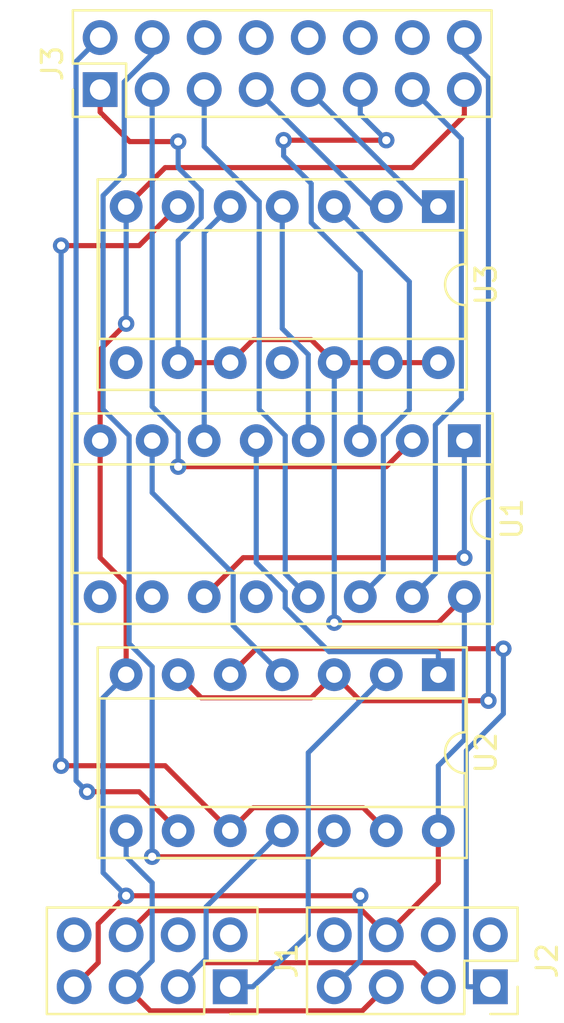
<source format=kicad_pcb>
(kicad_pcb (version 20171130) (host pcbnew "(5.1.2-1)-1")

  (general
    (thickness 1.6)
    (drawings 0)
    (tracks 196)
    (zones 0)
    (modules 6)
    (nets 23)
  )

  (page A4)
  (layers
    (0 F.Cu signal)
    (31 B.Cu signal)
    (32 B.Adhes user)
    (33 F.Adhes user)
    (34 B.Paste user)
    (35 F.Paste user)
    (36 B.SilkS user)
    (37 F.SilkS user)
    (38 B.Mask user)
    (39 F.Mask user)
    (40 Dwgs.User user)
    (41 Cmts.User user)
    (42 Eco1.User user)
    (43 Eco2.User user)
    (44 Edge.Cuts user)
    (45 Margin user)
    (46 B.CrtYd user)
    (47 F.CrtYd user)
    (48 B.Fab user)
    (49 F.Fab user)
  )

  (setup
    (last_trace_width 0.25)
    (trace_clearance 0.2)
    (zone_clearance 0.508)
    (zone_45_only no)
    (trace_min 0.2)
    (via_size 0.8)
    (via_drill 0.4)
    (via_min_size 0.4)
    (via_min_drill 0.3)
    (uvia_size 0.3)
    (uvia_drill 0.1)
    (uvias_allowed no)
    (uvia_min_size 0.2)
    (uvia_min_drill 0.1)
    (edge_width 0.05)
    (segment_width 0.2)
    (pcb_text_width 0.3)
    (pcb_text_size 1.5 1.5)
    (mod_edge_width 0.12)
    (mod_text_size 1 1)
    (mod_text_width 0.15)
    (pad_size 1.524 1.524)
    (pad_drill 0.762)
    (pad_to_mask_clearance 0.051)
    (solder_mask_min_width 0.25)
    (aux_axis_origin 0 0)
    (visible_elements FFFFFF7F)
    (pcbplotparams
      (layerselection 0x010fc_ffffffff)
      (usegerberextensions false)
      (usegerberattributes false)
      (usegerberadvancedattributes false)
      (creategerberjobfile false)
      (excludeedgelayer true)
      (linewidth 0.100000)
      (plotframeref false)
      (viasonmask false)
      (mode 1)
      (useauxorigin false)
      (hpglpennumber 1)
      (hpglpenspeed 20)
      (hpglpendiameter 15.000000)
      (psnegative false)
      (psa4output false)
      (plotreference true)
      (plotvalue true)
      (plotinvisibletext false)
      (padsonsilk false)
      (subtractmaskfromsilk false)
      (outputformat 1)
      (mirror false)
      (drillshape 1)
      (scaleselection 1)
      (outputdirectory ""))
  )

  (net 0 "")
  (net 1 GND)
  (net 2 +5V)
  (net 3 /NES0C)
  (net 4 /NES0L)
  (net 5 /NES0D)
  (net 6 /NES1D)
  (net 7 /PD7)
  (net 8 /~IO9)
  (net 9 /R~W)
  (net 10 /PA3)
  (net 11 /PA2)
  (net 12 /PA1)
  (net 13 /PD1)
  (net 14 /PA0)
  (net 15 /PD0)
  (net 16 /DAT1)
  (net 17 /~NES)
  (net 18 /CL1)
  (net 19 /DAT0)
  (net 20 /CL0)
  (net 21 /HSEL)
  (net 22 /CLK-STB)

  (net_class Default "Esta es la clase de red por defecto."
    (clearance 0.2)
    (trace_width 0.25)
    (via_dia 0.8)
    (via_drill 0.4)
    (uvia_dia 0.3)
    (uvia_drill 0.1)
    (add_net +5V)
    (add_net /CL0)
    (add_net /CL1)
    (add_net /CLK-STB)
    (add_net /DAT0)
    (add_net /DAT1)
    (add_net /HSEL)
    (add_net /NES0C)
    (add_net /NES0D)
    (add_net /NES0L)
    (add_net /NES1D)
    (add_net /PA0)
    (add_net /PA1)
    (add_net /PA2)
    (add_net /PA3)
    (add_net /PD0)
    (add_net /PD1)
    (add_net /PD7)
    (add_net /R~W)
    (add_net /~IO9)
    (add_net /~NES)
    (add_net GND)
  )

  (module Package_DIP:DIP-14_W7.62mm_Socket (layer F.Cu) (tedit 5A02E8C5) (tstamp 62412A78)
    (at 69.85 22.86 270)
    (descr "14-lead though-hole mounted DIP package, row spacing 7.62 mm (300 mils), Socket")
    (tags "THT DIP DIL PDIP 2.54mm 7.62mm 300mil Socket")
    (path /6242F68F)
    (fp_text reference U3 (at 3.81 -2.33 90) (layer F.SilkS)
      (effects (font (size 1 1) (thickness 0.15)))
    )
    (fp_text value 74HC08 (at 3.81 17.57 90) (layer F.Fab)
      (effects (font (size 1 1) (thickness 0.15)))
    )
    (fp_text user %R (at 3.81 7.62 90) (layer F.Fab)
      (effects (font (size 1 1) (thickness 0.15)))
    )
    (fp_line (start 9.15 -1.6) (end -1.55 -1.6) (layer F.CrtYd) (width 0.05))
    (fp_line (start 9.15 16.85) (end 9.15 -1.6) (layer F.CrtYd) (width 0.05))
    (fp_line (start -1.55 16.85) (end 9.15 16.85) (layer F.CrtYd) (width 0.05))
    (fp_line (start -1.55 -1.6) (end -1.55 16.85) (layer F.CrtYd) (width 0.05))
    (fp_line (start 8.95 -1.39) (end -1.33 -1.39) (layer F.SilkS) (width 0.12))
    (fp_line (start 8.95 16.63) (end 8.95 -1.39) (layer F.SilkS) (width 0.12))
    (fp_line (start -1.33 16.63) (end 8.95 16.63) (layer F.SilkS) (width 0.12))
    (fp_line (start -1.33 -1.39) (end -1.33 16.63) (layer F.SilkS) (width 0.12))
    (fp_line (start 6.46 -1.33) (end 4.81 -1.33) (layer F.SilkS) (width 0.12))
    (fp_line (start 6.46 16.57) (end 6.46 -1.33) (layer F.SilkS) (width 0.12))
    (fp_line (start 1.16 16.57) (end 6.46 16.57) (layer F.SilkS) (width 0.12))
    (fp_line (start 1.16 -1.33) (end 1.16 16.57) (layer F.SilkS) (width 0.12))
    (fp_line (start 2.81 -1.33) (end 1.16 -1.33) (layer F.SilkS) (width 0.12))
    (fp_line (start 8.89 -1.33) (end -1.27 -1.33) (layer F.Fab) (width 0.1))
    (fp_line (start 8.89 16.57) (end 8.89 -1.33) (layer F.Fab) (width 0.1))
    (fp_line (start -1.27 16.57) (end 8.89 16.57) (layer F.Fab) (width 0.1))
    (fp_line (start -1.27 -1.33) (end -1.27 16.57) (layer F.Fab) (width 0.1))
    (fp_line (start 0.635 -0.27) (end 1.635 -1.27) (layer F.Fab) (width 0.1))
    (fp_line (start 0.635 16.51) (end 0.635 -0.27) (layer F.Fab) (width 0.1))
    (fp_line (start 6.985 16.51) (end 0.635 16.51) (layer F.Fab) (width 0.1))
    (fp_line (start 6.985 -1.27) (end 6.985 16.51) (layer F.Fab) (width 0.1))
    (fp_line (start 1.635 -1.27) (end 6.985 -1.27) (layer F.Fab) (width 0.1))
    (fp_arc (start 3.81 -1.33) (end 2.81 -1.33) (angle -180) (layer F.SilkS) (width 0.12))
    (pad 14 thru_hole oval (at 7.62 0 270) (size 1.6 1.6) (drill 0.8) (layers *.Cu *.Mask)
      (net 2 +5V))
    (pad 7 thru_hole oval (at 0 15.24 270) (size 1.6 1.6) (drill 0.8) (layers *.Cu *.Mask)
      (net 1 GND))
    (pad 13 thru_hole oval (at 7.62 2.54 270) (size 1.6 1.6) (drill 0.8) (layers *.Cu *.Mask)
      (net 2 +5V))
    (pad 6 thru_hole oval (at 0 12.7 270) (size 1.6 1.6) (drill 0.8) (layers *.Cu *.Mask)
      (net 22 /CLK-STB))
    (pad 12 thru_hole oval (at 7.62 5.08 270) (size 1.6 1.6) (drill 0.8) (layers *.Cu *.Mask)
      (net 2 +5V))
    (pad 5 thru_hole oval (at 0 10.16 270) (size 1.6 1.6) (drill 0.8) (layers *.Cu *.Mask)
      (net 18 /CL1))
    (pad 11 thru_hole oval (at 7.62 7.62 270) (size 1.6 1.6) (drill 0.8) (layers *.Cu *.Mask))
    (pad 4 thru_hole oval (at 0 7.62 270) (size 1.6 1.6) (drill 0.8) (layers *.Cu *.Mask)
      (net 20 /CL0))
    (pad 10 thru_hole oval (at 7.62 10.16 270) (size 1.6 1.6) (drill 0.8) (layers *.Cu *.Mask)
      (net 2 +5V))
    (pad 3 thru_hole oval (at 0 5.08 270) (size 1.6 1.6) (drill 0.8) (layers *.Cu *.Mask)
      (net 21 /HSEL))
    (pad 9 thru_hole oval (at 7.62 12.7 270) (size 1.6 1.6) (drill 0.8) (layers *.Cu *.Mask)
      (net 2 +5V))
    (pad 2 thru_hole oval (at 0 2.54 270) (size 1.6 1.6) (drill 0.8) (layers *.Cu *.Mask)
      (net 11 /PA2))
    (pad 8 thru_hole oval (at 7.62 15.24 270) (size 1.6 1.6) (drill 0.8) (layers *.Cu *.Mask))
    (pad 1 thru_hole rect (at 0 0 270) (size 1.6 1.6) (drill 0.8) (layers *.Cu *.Mask)
      (net 10 /PA3))
    (model ${KISYS3DMOD}/Package_DIP.3dshapes/DIP-14_W7.62mm_Socket.wrl
      (at (xyz 0 0 0))
      (scale (xyz 1 1 1))
      (rotate (xyz 0 0 0))
    )
  )

  (module Package_DIP:DIP-14_W7.62mm_Socket (layer F.Cu) (tedit 5A02E8C5) (tstamp 62412A43)
    (at 69.85 45.72 270)
    (descr "14-lead though-hole mounted DIP package, row spacing 7.62 mm (300 mils), Socket")
    (tags "THT DIP DIL PDIP 2.54mm 7.62mm 300mil Socket")
    (path /62413B67)
    (fp_text reference U2 (at 3.81 -2.33 90) (layer F.SilkS)
      (effects (font (size 1 1) (thickness 0.15)))
    )
    (fp_text value 74HC125 (at 3.81 17.57 90) (layer F.Fab)
      (effects (font (size 1 1) (thickness 0.15)))
    )
    (fp_text user %R (at 3.81 7.62 90) (layer F.Fab)
      (effects (font (size 1 1) (thickness 0.15)))
    )
    (fp_line (start 9.15 -1.6) (end -1.55 -1.6) (layer F.CrtYd) (width 0.05))
    (fp_line (start 9.15 16.85) (end 9.15 -1.6) (layer F.CrtYd) (width 0.05))
    (fp_line (start -1.55 16.85) (end 9.15 16.85) (layer F.CrtYd) (width 0.05))
    (fp_line (start -1.55 -1.6) (end -1.55 16.85) (layer F.CrtYd) (width 0.05))
    (fp_line (start 8.95 -1.39) (end -1.33 -1.39) (layer F.SilkS) (width 0.12))
    (fp_line (start 8.95 16.63) (end 8.95 -1.39) (layer F.SilkS) (width 0.12))
    (fp_line (start -1.33 16.63) (end 8.95 16.63) (layer F.SilkS) (width 0.12))
    (fp_line (start -1.33 -1.39) (end -1.33 16.63) (layer F.SilkS) (width 0.12))
    (fp_line (start 6.46 -1.33) (end 4.81 -1.33) (layer F.SilkS) (width 0.12))
    (fp_line (start 6.46 16.57) (end 6.46 -1.33) (layer F.SilkS) (width 0.12))
    (fp_line (start 1.16 16.57) (end 6.46 16.57) (layer F.SilkS) (width 0.12))
    (fp_line (start 1.16 -1.33) (end 1.16 16.57) (layer F.SilkS) (width 0.12))
    (fp_line (start 2.81 -1.33) (end 1.16 -1.33) (layer F.SilkS) (width 0.12))
    (fp_line (start 8.89 -1.33) (end -1.27 -1.33) (layer F.Fab) (width 0.1))
    (fp_line (start 8.89 16.57) (end 8.89 -1.33) (layer F.Fab) (width 0.1))
    (fp_line (start -1.27 16.57) (end 8.89 16.57) (layer F.Fab) (width 0.1))
    (fp_line (start -1.27 -1.33) (end -1.27 16.57) (layer F.Fab) (width 0.1))
    (fp_line (start 0.635 -0.27) (end 1.635 -1.27) (layer F.Fab) (width 0.1))
    (fp_line (start 0.635 16.51) (end 0.635 -0.27) (layer F.Fab) (width 0.1))
    (fp_line (start 6.985 16.51) (end 0.635 16.51) (layer F.Fab) (width 0.1))
    (fp_line (start 6.985 -1.27) (end 6.985 16.51) (layer F.Fab) (width 0.1))
    (fp_line (start 1.635 -1.27) (end 6.985 -1.27) (layer F.Fab) (width 0.1))
    (fp_arc (start 3.81 -1.33) (end 2.81 -1.33) (angle -180) (layer F.SilkS) (width 0.12))
    (pad 14 thru_hole oval (at 7.62 0 270) (size 1.6 1.6) (drill 0.8) (layers *.Cu *.Mask)
      (net 2 +5V))
    (pad 7 thru_hole oval (at 0 15.24 270) (size 1.6 1.6) (drill 0.8) (layers *.Cu *.Mask)
      (net 1 GND))
    (pad 13 thru_hole oval (at 7.62 2.54 270) (size 1.6 1.6) (drill 0.8) (layers *.Cu *.Mask)
      (net 22 /CLK-STB))
    (pad 6 thru_hole oval (at 0 12.7 270) (size 1.6 1.6) (drill 0.8) (layers *.Cu *.Mask)
      (net 7 /PD7))
    (pad 12 thru_hole oval (at 7.62 5.08 270) (size 1.6 1.6) (drill 0.8) (layers *.Cu *.Mask)
      (net 13 /PD1))
    (pad 5 thru_hole oval (at 0 10.16 270) (size 1.6 1.6) (drill 0.8) (layers *.Cu *.Mask)
      (net 6 /NES1D))
    (pad 11 thru_hole oval (at 7.62 7.62 270) (size 1.6 1.6) (drill 0.8) (layers *.Cu *.Mask)
      (net 4 /NES0L))
    (pad 4 thru_hole oval (at 0 7.62 270) (size 1.6 1.6) (drill 0.8) (layers *.Cu *.Mask)
      (net 16 /DAT1))
    (pad 10 thru_hole oval (at 7.62 10.16 270) (size 1.6 1.6) (drill 0.8) (layers *.Cu *.Mask)
      (net 22 /CLK-STB))
    (pad 3 thru_hole oval (at 0 5.08 270) (size 1.6 1.6) (drill 0.8) (layers *.Cu *.Mask)
      (net 7 /PD7))
    (pad 9 thru_hole oval (at 7.62 12.7 270) (size 1.6 1.6) (drill 0.8) (layers *.Cu *.Mask)
      (net 15 /PD0))
    (pad 2 thru_hole oval (at 0 2.54 270) (size 1.6 1.6) (drill 0.8) (layers *.Cu *.Mask)
      (net 5 /NES0D))
    (pad 8 thru_hole oval (at 7.62 15.24 270) (size 1.6 1.6) (drill 0.8) (layers *.Cu *.Mask)
      (net 3 /NES0C))
    (pad 1 thru_hole rect (at 0 0 270) (size 1.6 1.6) (drill 0.8) (layers *.Cu *.Mask)
      (net 19 /DAT0))
    (model ${KISYS3DMOD}/Package_DIP.3dshapes/DIP-14_W7.62mm_Socket.wrl
      (at (xyz 0 0 0))
      (scale (xyz 1 1 1))
      (rotate (xyz 0 0 0))
    )
  )

  (module Package_DIP:DIP-16_W7.62mm_Socket (layer F.Cu) (tedit 5A02E8C5) (tstamp 62412A0E)
    (at 71.12 34.29 270)
    (descr "16-lead though-hole mounted DIP package, row spacing 7.62 mm (300 mils), Socket")
    (tags "THT DIP DIL PDIP 2.54mm 7.62mm 300mil Socket")
    (path /6240ABEF)
    (fp_text reference U1 (at 3.81 -2.33 90) (layer F.SilkS)
      (effects (font (size 1 1) (thickness 0.15)))
    )
    (fp_text value 74HC139 (at 3.81 20.11 90) (layer F.Fab)
      (effects (font (size 1 1) (thickness 0.15)))
    )
    (fp_text user %R (at 3.81 8.89 90) (layer F.Fab)
      (effects (font (size 1 1) (thickness 0.15)))
    )
    (fp_line (start 9.15 -1.6) (end -1.55 -1.6) (layer F.CrtYd) (width 0.05))
    (fp_line (start 9.15 19.4) (end 9.15 -1.6) (layer F.CrtYd) (width 0.05))
    (fp_line (start -1.55 19.4) (end 9.15 19.4) (layer F.CrtYd) (width 0.05))
    (fp_line (start -1.55 -1.6) (end -1.55 19.4) (layer F.CrtYd) (width 0.05))
    (fp_line (start 8.95 -1.39) (end -1.33 -1.39) (layer F.SilkS) (width 0.12))
    (fp_line (start 8.95 19.17) (end 8.95 -1.39) (layer F.SilkS) (width 0.12))
    (fp_line (start -1.33 19.17) (end 8.95 19.17) (layer F.SilkS) (width 0.12))
    (fp_line (start -1.33 -1.39) (end -1.33 19.17) (layer F.SilkS) (width 0.12))
    (fp_line (start 6.46 -1.33) (end 4.81 -1.33) (layer F.SilkS) (width 0.12))
    (fp_line (start 6.46 19.11) (end 6.46 -1.33) (layer F.SilkS) (width 0.12))
    (fp_line (start 1.16 19.11) (end 6.46 19.11) (layer F.SilkS) (width 0.12))
    (fp_line (start 1.16 -1.33) (end 1.16 19.11) (layer F.SilkS) (width 0.12))
    (fp_line (start 2.81 -1.33) (end 1.16 -1.33) (layer F.SilkS) (width 0.12))
    (fp_line (start 8.89 -1.33) (end -1.27 -1.33) (layer F.Fab) (width 0.1))
    (fp_line (start 8.89 19.11) (end 8.89 -1.33) (layer F.Fab) (width 0.1))
    (fp_line (start -1.27 19.11) (end 8.89 19.11) (layer F.Fab) (width 0.1))
    (fp_line (start -1.27 -1.33) (end -1.27 19.11) (layer F.Fab) (width 0.1))
    (fp_line (start 0.635 -0.27) (end 1.635 -1.27) (layer F.Fab) (width 0.1))
    (fp_line (start 0.635 19.05) (end 0.635 -0.27) (layer F.Fab) (width 0.1))
    (fp_line (start 6.985 19.05) (end 0.635 19.05) (layer F.Fab) (width 0.1))
    (fp_line (start 6.985 -1.27) (end 6.985 19.05) (layer F.Fab) (width 0.1))
    (fp_line (start 1.635 -1.27) (end 6.985 -1.27) (layer F.Fab) (width 0.1))
    (fp_arc (start 3.81 -1.33) (end 2.81 -1.33) (angle -180) (layer F.SilkS) (width 0.12))
    (pad 16 thru_hole oval (at 7.62 0 270) (size 1.6 1.6) (drill 0.8) (layers *.Cu *.Mask)
      (net 2 +5V))
    (pad 8 thru_hole oval (at 0 17.78 270) (size 1.6 1.6) (drill 0.8) (layers *.Cu *.Mask)
      (net 1 GND))
    (pad 15 thru_hole oval (at 7.62 2.54 270) (size 1.6 1.6) (drill 0.8) (layers *.Cu *.Mask)
      (net 8 /~IO9))
    (pad 7 thru_hole oval (at 0 15.24 270) (size 1.6 1.6) (drill 0.8) (layers *.Cu *.Mask)
      (net 16 /DAT1))
    (pad 14 thru_hole oval (at 7.62 5.08 270) (size 1.6 1.6) (drill 0.8) (layers *.Cu *.Mask)
      (net 21 /HSEL))
    (pad 6 thru_hole oval (at 0 12.7 270) (size 1.6 1.6) (drill 0.8) (layers *.Cu *.Mask)
      (net 18 /CL1))
    (pad 13 thru_hole oval (at 7.62 7.62 270) (size 1.6 1.6) (drill 0.8) (layers *.Cu *.Mask)
      (net 12 /PA1))
    (pad 5 thru_hole oval (at 0 10.16 270) (size 1.6 1.6) (drill 0.8) (layers *.Cu *.Mask)
      (net 19 /DAT0))
    (pad 12 thru_hole oval (at 7.62 10.16 270) (size 1.6 1.6) (drill 0.8) (layers *.Cu *.Mask))
    (pad 4 thru_hole oval (at 0 7.62 270) (size 1.6 1.6) (drill 0.8) (layers *.Cu *.Mask)
      (net 20 /CL0))
    (pad 11 thru_hole oval (at 7.62 12.7 270) (size 1.6 1.6) (drill 0.8) (layers *.Cu *.Mask)
      (net 17 /~NES))
    (pad 3 thru_hole oval (at 0 5.08 270) (size 1.6 1.6) (drill 0.8) (layers *.Cu *.Mask)
      (net 9 /R~W))
    (pad 10 thru_hole oval (at 7.62 15.24 270) (size 1.6 1.6) (drill 0.8) (layers *.Cu *.Mask))
    (pad 2 thru_hole oval (at 0 2.54 270) (size 1.6 1.6) (drill 0.8) (layers *.Cu *.Mask)
      (net 14 /PA0))
    (pad 9 thru_hole oval (at 7.62 17.78 270) (size 1.6 1.6) (drill 0.8) (layers *.Cu *.Mask))
    (pad 1 thru_hole rect (at 0 0 270) (size 1.6 1.6) (drill 0.8) (layers *.Cu *.Mask)
      (net 17 /~NES))
    (model ${KISYS3DMOD}/Package_DIP.3dshapes/DIP-16_W7.62mm_Socket.wrl
      (at (xyz 0 0 0))
      (scale (xyz 1 1 1))
      (rotate (xyz 0 0 0))
    )
  )

  (module Connector_PinHeader_2.54mm:PinHeader_2x08_P2.54mm_Vertical (layer F.Cu) (tedit 59FED5CC) (tstamp 62412EF0)
    (at 53.34 17.145 90)
    (descr "Through hole straight pin header, 2x08, 2.54mm pitch, double rows")
    (tags "Through hole pin header THT 2x08 2.54mm double row")
    (path /624873B1)
    (fp_text reference J3 (at 1.27 -2.33 90) (layer F.SilkS)
      (effects (font (size 1 1) (thickness 0.15)))
    )
    (fp_text value IOx (at 1.27 20.11 90) (layer F.Fab)
      (effects (font (size 1 1) (thickness 0.15)))
    )
    (fp_text user %R (at 1.27 8.89) (layer F.Fab)
      (effects (font (size 1 1) (thickness 0.15)))
    )
    (fp_line (start 4.35 -1.8) (end -1.8 -1.8) (layer F.CrtYd) (width 0.05))
    (fp_line (start 4.35 19.55) (end 4.35 -1.8) (layer F.CrtYd) (width 0.05))
    (fp_line (start -1.8 19.55) (end 4.35 19.55) (layer F.CrtYd) (width 0.05))
    (fp_line (start -1.8 -1.8) (end -1.8 19.55) (layer F.CrtYd) (width 0.05))
    (fp_line (start -1.33 -1.33) (end 0 -1.33) (layer F.SilkS) (width 0.12))
    (fp_line (start -1.33 0) (end -1.33 -1.33) (layer F.SilkS) (width 0.12))
    (fp_line (start 1.27 -1.33) (end 3.87 -1.33) (layer F.SilkS) (width 0.12))
    (fp_line (start 1.27 1.27) (end 1.27 -1.33) (layer F.SilkS) (width 0.12))
    (fp_line (start -1.33 1.27) (end 1.27 1.27) (layer F.SilkS) (width 0.12))
    (fp_line (start 3.87 -1.33) (end 3.87 19.11) (layer F.SilkS) (width 0.12))
    (fp_line (start -1.33 1.27) (end -1.33 19.11) (layer F.SilkS) (width 0.12))
    (fp_line (start -1.33 19.11) (end 3.87 19.11) (layer F.SilkS) (width 0.12))
    (fp_line (start -1.27 0) (end 0 -1.27) (layer F.Fab) (width 0.1))
    (fp_line (start -1.27 19.05) (end -1.27 0) (layer F.Fab) (width 0.1))
    (fp_line (start 3.81 19.05) (end -1.27 19.05) (layer F.Fab) (width 0.1))
    (fp_line (start 3.81 -1.27) (end 3.81 19.05) (layer F.Fab) (width 0.1))
    (fp_line (start 0 -1.27) (end 3.81 -1.27) (layer F.Fab) (width 0.1))
    (pad 16 thru_hole oval (at 2.54 17.78 90) (size 1.7 1.7) (drill 1) (layers *.Cu *.Mask)
      (net 7 /PD7))
    (pad 15 thru_hole oval (at 0 17.78 90) (size 1.7 1.7) (drill 1) (layers *.Cu *.Mask)
      (net 1 GND))
    (pad 14 thru_hole oval (at 2.54 15.24 90) (size 1.7 1.7) (drill 1) (layers *.Cu *.Mask))
    (pad 13 thru_hole oval (at 0 15.24 90) (size 1.7 1.7) (drill 1) (layers *.Cu *.Mask)
      (net 8 /~IO9))
    (pad 12 thru_hole oval (at 2.54 12.7 90) (size 1.7 1.7) (drill 1) (layers *.Cu *.Mask))
    (pad 11 thru_hole oval (at 0 12.7 90) (size 1.7 1.7) (drill 1) (layers *.Cu *.Mask)
      (net 9 /R~W))
    (pad 10 thru_hole oval (at 2.54 10.16 90) (size 1.7 1.7) (drill 1) (layers *.Cu *.Mask))
    (pad 9 thru_hole oval (at 0 10.16 90) (size 1.7 1.7) (drill 1) (layers *.Cu *.Mask)
      (net 10 /PA3))
    (pad 8 thru_hole oval (at 2.54 7.62 90) (size 1.7 1.7) (drill 1) (layers *.Cu *.Mask))
    (pad 7 thru_hole oval (at 0 7.62 90) (size 1.7 1.7) (drill 1) (layers *.Cu *.Mask)
      (net 11 /PA2))
    (pad 6 thru_hole oval (at 2.54 5.08 90) (size 1.7 1.7) (drill 1) (layers *.Cu *.Mask))
    (pad 5 thru_hole oval (at 0 5.08 90) (size 1.7 1.7) (drill 1) (layers *.Cu *.Mask)
      (net 12 /PA1))
    (pad 4 thru_hole oval (at 2.54 2.54 90) (size 1.7 1.7) (drill 1) (layers *.Cu *.Mask)
      (net 13 /PD1))
    (pad 3 thru_hole oval (at 0 2.54 90) (size 1.7 1.7) (drill 1) (layers *.Cu *.Mask)
      (net 14 /PA0))
    (pad 2 thru_hole oval (at 2.54 0 90) (size 1.7 1.7) (drill 1) (layers *.Cu *.Mask)
      (net 15 /PD0))
    (pad 1 thru_hole rect (at 0 0 90) (size 1.7 1.7) (drill 1) (layers *.Cu *.Mask)
      (net 2 +5V))
    (model ${KISYS3DMOD}/Connector_PinHeader_2.54mm.3dshapes/PinHeader_2x08_P2.54mm_Vertical.wrl
      (at (xyz 0 0 0))
      (scale (xyz 1 1 1))
      (rotate (xyz 0 0 0))
    )
  )

  (module Connector_PinSocket_2.54mm:PinSocket_2x04_P2.54mm_Vertical (layer F.Cu) (tedit 5A19A422) (tstamp 624129B1)
    (at 72.39 60.96 270)
    (descr "Through hole straight socket strip, 2x04, 2.54mm pitch, double cols (from Kicad 4.0.7), script generated")
    (tags "Through hole socket strip THT 2x04 2.54mm double row")
    (path /62418766)
    (fp_text reference J2 (at -1.27 -2.77 90) (layer F.SilkS)
      (effects (font (size 1 1) (thickness 0.15)))
    )
    (fp_text value "NES 1" (at -1.27 10.39 90) (layer F.Fab)
      (effects (font (size 1 1) (thickness 0.15)))
    )
    (fp_text user %R (at -1.27 3.81) (layer F.Fab)
      (effects (font (size 1 1) (thickness 0.15)))
    )
    (fp_line (start -4.34 9.4) (end -4.34 -1.8) (layer F.CrtYd) (width 0.05))
    (fp_line (start 1.76 9.4) (end -4.34 9.4) (layer F.CrtYd) (width 0.05))
    (fp_line (start 1.76 -1.8) (end 1.76 9.4) (layer F.CrtYd) (width 0.05))
    (fp_line (start -4.34 -1.8) (end 1.76 -1.8) (layer F.CrtYd) (width 0.05))
    (fp_line (start 0 -1.33) (end 1.33 -1.33) (layer F.SilkS) (width 0.12))
    (fp_line (start 1.33 -1.33) (end 1.33 0) (layer F.SilkS) (width 0.12))
    (fp_line (start -1.27 -1.33) (end -1.27 1.27) (layer F.SilkS) (width 0.12))
    (fp_line (start -1.27 1.27) (end 1.33 1.27) (layer F.SilkS) (width 0.12))
    (fp_line (start 1.33 1.27) (end 1.33 8.95) (layer F.SilkS) (width 0.12))
    (fp_line (start -3.87 8.95) (end 1.33 8.95) (layer F.SilkS) (width 0.12))
    (fp_line (start -3.87 -1.33) (end -3.87 8.95) (layer F.SilkS) (width 0.12))
    (fp_line (start -3.87 -1.33) (end -1.27 -1.33) (layer F.SilkS) (width 0.12))
    (fp_line (start -3.81 8.89) (end -3.81 -1.27) (layer F.Fab) (width 0.1))
    (fp_line (start 1.27 8.89) (end -3.81 8.89) (layer F.Fab) (width 0.1))
    (fp_line (start 1.27 -0.27) (end 1.27 8.89) (layer F.Fab) (width 0.1))
    (fp_line (start 0.27 -1.27) (end 1.27 -0.27) (layer F.Fab) (width 0.1))
    (fp_line (start -3.81 -1.27) (end 0.27 -1.27) (layer F.Fab) (width 0.1))
    (pad 8 thru_hole oval (at -2.54 7.62 270) (size 1.7 1.7) (drill 1) (layers *.Cu *.Mask))
    (pad 7 thru_hole oval (at 0 7.62 270) (size 1.7 1.7) (drill 1) (layers *.Cu *.Mask)
      (net 1 GND))
    (pad 6 thru_hole oval (at -2.54 5.08 270) (size 1.7 1.7) (drill 1) (layers *.Cu *.Mask)
      (net 2 +5V))
    (pad 5 thru_hole oval (at 0 5.08 270) (size 1.7 1.7) (drill 1) (layers *.Cu *.Mask)
      (net 3 /NES0C))
    (pad 4 thru_hole oval (at -2.54 2.54 270) (size 1.7 1.7) (drill 1) (layers *.Cu *.Mask))
    (pad 3 thru_hole oval (at 0 2.54 270) (size 1.7 1.7) (drill 1) (layers *.Cu *.Mask)
      (net 4 /NES0L))
    (pad 2 thru_hole oval (at -2.54 0 270) (size 1.7 1.7) (drill 1) (layers *.Cu *.Mask))
    (pad 1 thru_hole rect (at 0 0 270) (size 1.7 1.7) (drill 1) (layers *.Cu *.Mask)
      (net 6 /NES1D))
    (model ${KISYS3DMOD}/Connector_PinSocket_2.54mm.3dshapes/PinSocket_2x04_P2.54mm_Vertical.wrl
      (at (xyz 0 0 0))
      (scale (xyz 1 1 1))
      (rotate (xyz 0 0 0))
    )
  )

  (module Connector_PinSocket_2.54mm:PinSocket_2x04_P2.54mm_Vertical (layer F.Cu) (tedit 5A19A422) (tstamp 62412993)
    (at 59.69 60.96 270)
    (descr "Through hole straight socket strip, 2x04, 2.54mm pitch, double cols (from Kicad 4.0.7), script generated")
    (tags "Through hole socket strip THT 2x04 2.54mm double row")
    (path /624170B7)
    (fp_text reference J1 (at -1.27 -2.77 90) (layer F.SilkS)
      (effects (font (size 1 1) (thickness 0.15)))
    )
    (fp_text value "NES 0" (at -1.27 10.39 90) (layer F.Fab)
      (effects (font (size 1 1) (thickness 0.15)))
    )
    (fp_text user %R (at -1.27 3.81) (layer F.Fab)
      (effects (font (size 1 1) (thickness 0.15)))
    )
    (fp_line (start -4.34 9.4) (end -4.34 -1.8) (layer F.CrtYd) (width 0.05))
    (fp_line (start 1.76 9.4) (end -4.34 9.4) (layer F.CrtYd) (width 0.05))
    (fp_line (start 1.76 -1.8) (end 1.76 9.4) (layer F.CrtYd) (width 0.05))
    (fp_line (start -4.34 -1.8) (end 1.76 -1.8) (layer F.CrtYd) (width 0.05))
    (fp_line (start 0 -1.33) (end 1.33 -1.33) (layer F.SilkS) (width 0.12))
    (fp_line (start 1.33 -1.33) (end 1.33 0) (layer F.SilkS) (width 0.12))
    (fp_line (start -1.27 -1.33) (end -1.27 1.27) (layer F.SilkS) (width 0.12))
    (fp_line (start -1.27 1.27) (end 1.33 1.27) (layer F.SilkS) (width 0.12))
    (fp_line (start 1.33 1.27) (end 1.33 8.95) (layer F.SilkS) (width 0.12))
    (fp_line (start -3.87 8.95) (end 1.33 8.95) (layer F.SilkS) (width 0.12))
    (fp_line (start -3.87 -1.33) (end -3.87 8.95) (layer F.SilkS) (width 0.12))
    (fp_line (start -3.87 -1.33) (end -1.27 -1.33) (layer F.SilkS) (width 0.12))
    (fp_line (start -3.81 8.89) (end -3.81 -1.27) (layer F.Fab) (width 0.1))
    (fp_line (start 1.27 8.89) (end -3.81 8.89) (layer F.Fab) (width 0.1))
    (fp_line (start 1.27 -0.27) (end 1.27 8.89) (layer F.Fab) (width 0.1))
    (fp_line (start 0.27 -1.27) (end 1.27 -0.27) (layer F.Fab) (width 0.1))
    (fp_line (start -3.81 -1.27) (end 0.27 -1.27) (layer F.Fab) (width 0.1))
    (pad 8 thru_hole oval (at -2.54 7.62 270) (size 1.7 1.7) (drill 1) (layers *.Cu *.Mask))
    (pad 7 thru_hole oval (at 0 7.62 270) (size 1.7 1.7) (drill 1) (layers *.Cu *.Mask)
      (net 1 GND))
    (pad 6 thru_hole oval (at -2.54 5.08 270) (size 1.7 1.7) (drill 1) (layers *.Cu *.Mask)
      (net 2 +5V))
    (pad 5 thru_hole oval (at 0 5.08 270) (size 1.7 1.7) (drill 1) (layers *.Cu *.Mask)
      (net 3 /NES0C))
    (pad 4 thru_hole oval (at -2.54 2.54 270) (size 1.7 1.7) (drill 1) (layers *.Cu *.Mask))
    (pad 3 thru_hole oval (at 0 2.54 270) (size 1.7 1.7) (drill 1) (layers *.Cu *.Mask)
      (net 4 /NES0L))
    (pad 2 thru_hole oval (at -2.54 0 270) (size 1.7 1.7) (drill 1) (layers *.Cu *.Mask))
    (pad 1 thru_hole rect (at 0 0 270) (size 1.7 1.7) (drill 1) (layers *.Cu *.Mask)
      (net 5 /NES0D))
    (model ${KISYS3DMOD}/Connector_PinSocket_2.54mm.3dshapes/PinSocket_2x04_P2.54mm_Vertical.wrl
      (at (xyz 0 0 0))
      (scale (xyz 1 1 1))
      (rotate (xyz 0 0 0))
    )
  )

  (segment (start 71.12 17.145) (end 71.12 18.415) (width 0.25) (layer F.Cu) (net 1))
  (segment (start 71.12 18.415) (end 68.58 20.955) (width 0.25) (layer F.Cu) (net 1))
  (segment (start 56.515 20.955) (end 54.61 22.86) (width 0.25) (layer F.Cu) (net 1))
  (segment (start 68.58 20.955) (end 56.515 20.955) (width 0.25) (layer F.Cu) (net 1))
  (segment (start 64.77 60.96) (end 66.04 59.69) (width 0.25) (layer B.Cu) (net 1))
  (segment (start 66.04 59.69) (end 66.04 56.515) (width 0.25) (layer B.Cu) (net 1))
  (segment (start 66.04 56.515) (end 66.04 56.515) (width 0.25) (layer B.Cu) (net 1) (tstamp 62413A4D))
  (via (at 66.04 56.515) (size 0.8) (drill 0.4) (layers F.Cu B.Cu) (net 1))
  (segment (start 52.919999 60.110001) (end 52.07 60.96) (width 0.25) (layer F.Cu) (net 1))
  (segment (start 53.245001 59.784999) (end 52.919999 60.110001) (width 0.25) (layer F.Cu) (net 1))
  (segment (start 53.245001 57.879999) (end 53.245001 59.784999) (width 0.25) (layer F.Cu) (net 1))
  (segment (start 54.61 56.515) (end 53.245001 57.879999) (width 0.25) (layer F.Cu) (net 1))
  (segment (start 66.04 56.515) (end 54.61 56.515) (width 0.25) (layer F.Cu) (net 1))
  (segment (start 54.61 56.515) (end 54.61 56.515) (width 0.25) (layer F.Cu) (net 1) (tstamp 62413A4F))
  (via (at 54.61 56.515) (size 0.8) (drill 0.4) (layers F.Cu B.Cu) (net 1))
  (segment (start 53.810001 46.519999) (end 54.61 45.72) (width 0.25) (layer B.Cu) (net 1))
  (segment (start 53.484999 46.845001) (end 53.810001 46.519999) (width 0.25) (layer B.Cu) (net 1))
  (segment (start 53.484999 55.389999) (end 53.484999 46.845001) (width 0.25) (layer B.Cu) (net 1))
  (segment (start 54.61 56.515) (end 53.484999 55.389999) (width 0.25) (layer B.Cu) (net 1))
  (segment (start 54.61 45.72) (end 54.61 41.275) (width 0.25) (layer F.Cu) (net 1))
  (segment (start 54.61 41.275) (end 53.34 40.005) (width 0.25) (layer F.Cu) (net 1))
  (segment (start 53.34 40.005) (end 53.34 34.29) (width 0.25) (layer F.Cu) (net 1))
  (segment (start 54.61 22.86) (end 54.61 28.575) (width 0.25) (layer B.Cu) (net 1))
  (segment (start 54.61 28.575) (end 54.61 28.575) (width 0.25) (layer B.Cu) (net 1) (tstamp 62413A51))
  (via (at 54.61 28.575) (size 0.8) (drill 0.4) (layers F.Cu B.Cu) (net 1))
  (segment (start 53.34 29.845) (end 53.34 34.29) (width 0.25) (layer F.Cu) (net 1))
  (segment (start 54.61 28.575) (end 53.34 29.845) (width 0.25) (layer F.Cu) (net 1))
  (segment (start 64.77 30.48) (end 69.85 30.48) (width 0.25) (layer F.Cu) (net 2))
  (segment (start 57.15 30.48) (end 59.69 30.48) (width 0.25) (layer F.Cu) (net 2))
  (segment (start 63.644999 29.354999) (end 63.970001 29.680001) (width 0.25) (layer F.Cu) (net 2))
  (segment (start 63.970001 29.680001) (end 64.77 30.48) (width 0.25) (layer F.Cu) (net 2))
  (segment (start 60.815001 29.354999) (end 63.644999 29.354999) (width 0.25) (layer F.Cu) (net 2))
  (segment (start 59.69 30.48) (end 60.815001 29.354999) (width 0.25) (layer F.Cu) (net 2))
  (segment (start 66.460001 57.570001) (end 67.31 58.42) (width 0.25) (layer F.Cu) (net 2))
  (segment (start 66.134999 57.244999) (end 66.460001 57.570001) (width 0.25) (layer F.Cu) (net 2))
  (segment (start 55.785001 57.244999) (end 66.134999 57.244999) (width 0.25) (layer F.Cu) (net 2))
  (segment (start 54.61 58.42) (end 55.785001 57.244999) (width 0.25) (layer F.Cu) (net 2))
  (segment (start 69.85 55.88) (end 69.85 53.34) (width 0.25) (layer F.Cu) (net 2))
  (segment (start 67.31 58.42) (end 69.85 55.88) (width 0.25) (layer F.Cu) (net 2))
  (segment (start 69.85 52.20863) (end 69.85 53.34) (width 0.25) (layer B.Cu) (net 2))
  (segment (start 69.85 50.16359) (end 69.85 52.20863) (width 0.25) (layer B.Cu) (net 2))
  (segment (start 71.12 48.89359) (end 69.85 50.16359) (width 0.25) (layer B.Cu) (net 2))
  (segment (start 71.12 41.91) (end 71.12 48.89359) (width 0.25) (layer B.Cu) (net 2))
  (segment (start 64.77 30.48) (end 64.77 43.18) (width 0.25) (layer B.Cu) (net 2))
  (segment (start 64.77 43.18) (end 64.77 43.18) (width 0.25) (layer B.Cu) (net 2) (tstamp 62413A48))
  (via (at 64.77 43.18) (size 0.8) (drill 0.4) (layers F.Cu B.Cu) (net 2))
  (segment (start 69.85 43.18) (end 71.12 41.91) (width 0.25) (layer F.Cu) (net 2))
  (segment (start 64.77 43.18) (end 69.85 43.18) (width 0.25) (layer F.Cu) (net 2))
  (segment (start 57.15 24.525002) (end 58.275001 23.400001) (width 0.25) (layer B.Cu) (net 2))
  (segment (start 58.275001 23.400001) (end 58.275001 22.080001) (width 0.25) (layer B.Cu) (net 2))
  (segment (start 57.15 30.48) (end 57.15 24.525002) (width 0.25) (layer B.Cu) (net 2))
  (segment (start 58.275001 22.080001) (end 57.15 20.955) (width 0.25) (layer B.Cu) (net 2))
  (segment (start 57.15 20.955) (end 57.15 19.685) (width 0.25) (layer B.Cu) (net 2))
  (segment (start 57.15 19.685) (end 57.15 19.685) (width 0.25) (layer B.Cu) (net 2) (tstamp 62413A4B))
  (via (at 57.15 19.685) (size 0.8) (drill 0.4) (layers F.Cu B.Cu) (net 2))
  (segment (start 53.34 18.245) (end 53.34 17.145) (width 0.25) (layer F.Cu) (net 2))
  (segment (start 54.78 19.685) (end 53.34 18.245) (width 0.25) (layer F.Cu) (net 2))
  (segment (start 57.15 19.685) (end 54.78 19.685) (width 0.25) (layer F.Cu) (net 2))
  (segment (start 66.460001 61.809999) (end 67.31 60.96) (width 0.25) (layer F.Cu) (net 3))
  (segment (start 66.134999 62.135001) (end 66.460001 61.809999) (width 0.25) (layer F.Cu) (net 3))
  (segment (start 55.785001 62.135001) (end 66.134999 62.135001) (width 0.25) (layer F.Cu) (net 3))
  (segment (start 54.61 60.96) (end 55.785001 62.135001) (width 0.25) (layer F.Cu) (net 3))
  (segment (start 54.61 60.96) (end 55.88 59.69) (width 0.25) (layer B.Cu) (net 3))
  (segment (start 55.88 59.69) (end 55.88 55.88) (width 0.25) (layer B.Cu) (net 3))
  (segment (start 54.61 54.61) (end 54.61 53.34) (width 0.25) (layer B.Cu) (net 3))
  (segment (start 55.88 55.88) (end 54.61 54.61) (width 0.25) (layer B.Cu) (net 3))
  (segment (start 69.000001 60.110001) (end 69.85 60.96) (width 0.25) (layer F.Cu) (net 4))
  (segment (start 68.674999 59.784999) (end 69.000001 60.110001) (width 0.25) (layer F.Cu) (net 4))
  (segment (start 58.325001 59.784999) (end 68.674999 59.784999) (width 0.25) (layer F.Cu) (net 4))
  (segment (start 57.15 60.96) (end 58.325001 59.784999) (width 0.25) (layer F.Cu) (net 4))
  (segment (start 61.430001 54.139999) (end 62.23 53.34) (width 0.25) (layer B.Cu) (net 4))
  (segment (start 58.514999 57.055001) (end 61.430001 54.139999) (width 0.25) (layer B.Cu) (net 4))
  (segment (start 58.514999 59.595001) (end 58.514999 57.055001) (width 0.25) (layer B.Cu) (net 4))
  (segment (start 57.15 60.96) (end 58.514999 59.595001) (width 0.25) (layer B.Cu) (net 4))
  (segment (start 66.510001 46.519999) (end 67.31 45.72) (width 0.25) (layer B.Cu) (net 5))
  (segment (start 63.5 49.53) (end 66.510001 46.519999) (width 0.25) (layer B.Cu) (net 5))
  (segment (start 63.5 58.42) (end 63.5 49.53) (width 0.25) (layer B.Cu) (net 5))
  (segment (start 60.79 60.96) (end 63.5 58.42) (width 0.25) (layer B.Cu) (net 5))
  (segment (start 59.69 60.96) (end 60.79 60.96) (width 0.25) (layer B.Cu) (net 5))
  (via (at 73.025 44.45) (size 0.8) (drill 0.4) (layers F.Cu B.Cu) (net 6))
  (segment (start 60.96 44.45) (end 59.69 45.72) (width 0.25) (layer F.Cu) (net 6))
  (segment (start 73.025 44.45) (end 60.96 44.45) (width 0.25) (layer F.Cu) (net 6))
  (segment (start 71.214999 60.884999) (end 71.29 60.96) (width 0.25) (layer B.Cu) (net 6))
  (segment (start 71.29 60.96) (end 72.39 60.96) (width 0.25) (layer B.Cu) (net 6))
  (segment (start 71.214999 49.435001) (end 71.214999 60.884999) (width 0.25) (layer B.Cu) (net 6))
  (segment (start 73.025 47.625) (end 71.214999 49.435001) (width 0.25) (layer B.Cu) (net 6))
  (segment (start 73.025 44.45) (end 73.025 47.625) (width 0.25) (layer B.Cu) (net 6))
  (segment (start 63.970001 46.519999) (end 64.77 45.72) (width 0.25) (layer F.Cu) (net 7))
  (segment (start 63.644999 46.845001) (end 63.970001 46.519999) (width 0.25) (layer F.Cu) (net 7))
  (segment (start 58.275001 46.845001) (end 63.644999 46.845001) (width 0.25) (layer F.Cu) (net 7))
  (segment (start 57.15 45.72) (end 58.275001 46.845001) (width 0.25) (layer F.Cu) (net 7))
  (segment (start 72.295001 16.580999) (end 72.295001 46.99) (width 0.25) (layer B.Cu) (net 7))
  (segment (start 71.12 15.405998) (end 72.295001 16.580999) (width 0.25) (layer B.Cu) (net 7))
  (segment (start 71.12 14.605) (end 71.12 15.405998) (width 0.25) (layer B.Cu) (net 7))
  (segment (start 72.295001 46.99) (end 72.295001 46.99) (width 0.25) (layer B.Cu) (net 7) (tstamp 624139DB))
  (via (at 72.295001 46.99) (size 0.8) (drill 0.4) (layers F.Cu B.Cu) (net 7))
  (segment (start 66.04 46.99) (end 64.77 45.72) (width 0.25) (layer F.Cu) (net 7))
  (segment (start 72.295001 46.99) (end 66.04 46.99) (width 0.25) (layer F.Cu) (net 7))
  (segment (start 69.379999 41.110001) (end 68.58 41.91) (width 0.25) (layer B.Cu) (net 8))
  (segment (start 69.705001 40.784999) (end 69.379999 41.110001) (width 0.25) (layer B.Cu) (net 8))
  (segment (start 69.705001 33.519997) (end 69.705001 40.784999) (width 0.25) (layer B.Cu) (net 8))
  (segment (start 70.975001 32.249997) (end 69.705001 33.519997) (width 0.25) (layer B.Cu) (net 8))
  (segment (start 70.975001 19.540001) (end 70.975001 32.249997) (width 0.25) (layer B.Cu) (net 8))
  (segment (start 68.58 17.145) (end 70.975001 19.540001) (width 0.25) (layer B.Cu) (net 8))
  (segment (start 66.04 18.347081) (end 67.31 19.617081) (width 0.25) (layer B.Cu) (net 9))
  (segment (start 66.04 17.145) (end 66.04 18.347081) (width 0.25) (layer B.Cu) (net 9))
  (segment (start 67.31 19.617081) (end 67.31 19.617081) (width 0.25) (layer B.Cu) (net 9) (tstamp 624139C8))
  (via (at 67.31 19.617081) (size 0.8) (drill 0.4) (layers F.Cu B.Cu) (net 9))
  (segment (start 67.31 19.617081) (end 62.297919 19.617081) (width 0.25) (layer F.Cu) (net 9))
  (segment (start 62.297919 19.617081) (end 62.297919 19.617081) (width 0.25) (layer F.Cu) (net 9) (tstamp 624139CA))
  (segment (start 62.297919 19.617081) (end 62.297919 19.617081) (width 0.25) (layer F.Cu) (net 9) (tstamp 624139CE))
  (via (at 62.297919 19.617081) (size 0.8) (drill 0.4) (layers F.Cu B.Cu) (net 9))
  (segment (start 62.297919 19.617081) (end 62.297919 20.387919) (width 0.25) (layer B.Cu) (net 9))
  (segment (start 63.644999 21.734999) (end 63.644999 23.639999) (width 0.25) (layer B.Cu) (net 9))
  (segment (start 62.297919 20.387919) (end 63.644999 21.734999) (width 0.25) (layer B.Cu) (net 9))
  (segment (start 66.04 26.035) (end 66.04 34.29) (width 0.25) (layer B.Cu) (net 9))
  (segment (start 63.644999 23.639999) (end 66.04 26.035) (width 0.25) (layer B.Cu) (net 9))
  (segment (start 69.215 22.86) (end 69.85 22.86) (width 0.25) (layer B.Cu) (net 10))
  (segment (start 63.5 17.145) (end 69.215 22.86) (width 0.25) (layer B.Cu) (net 10))
  (segment (start 66.675 22.86) (end 67.31 22.86) (width 0.25) (layer B.Cu) (net 11))
  (segment (start 60.96 17.145) (end 66.675 22.86) (width 0.25) (layer B.Cu) (net 11))
  (segment (start 62.700001 41.110001) (end 63.5 41.91) (width 0.25) (layer B.Cu) (net 12))
  (segment (start 62.374999 40.784999) (end 62.700001 41.110001) (width 0.25) (layer B.Cu) (net 12))
  (segment (start 62.374999 34.039997) (end 62.374999 40.784999) (width 0.25) (layer B.Cu) (net 12))
  (segment (start 61.104999 32.769997) (end 62.374999 34.039997) (width 0.25) (layer B.Cu) (net 12))
  (segment (start 61.104999 22.609997) (end 61.104999 32.769997) (width 0.25) (layer B.Cu) (net 12))
  (segment (start 58.42 19.924998) (end 61.104999 22.609997) (width 0.25) (layer B.Cu) (net 12))
  (segment (start 58.42 17.145) (end 58.42 19.924998) (width 0.25) (layer B.Cu) (net 12))
  (segment (start 55.88 51.435) (end 55.88 51.435) (width 0.25) (layer B.Cu) (net 13) (tstamp 624139DD))
  (segment (start 54.515001 16.770997) (end 55.88 15.405998) (width 0.25) (layer B.Cu) (net 13))
  (segment (start 54.515001 21.289997) (end 54.515001 16.770997) (width 0.25) (layer B.Cu) (net 13))
  (segment (start 53.484999 22.319999) (end 54.515001 21.289997) (width 0.25) (layer B.Cu) (net 13))
  (segment (start 53.484999 32.769997) (end 53.484999 22.319999) (width 0.25) (layer B.Cu) (net 13))
  (segment (start 54.754999 34.039997) (end 53.484999 32.769997) (width 0.25) (layer B.Cu) (net 13))
  (segment (start 54.754999 44.199997) (end 54.754999 34.039997) (width 0.25) (layer B.Cu) (net 13))
  (segment (start 55.88 15.405998) (end 55.88 14.605) (width 0.25) (layer B.Cu) (net 13))
  (segment (start 55.88 54.61) (end 55.88 45.324998) (width 0.25) (layer B.Cu) (net 13))
  (segment (start 55.88 45.324998) (end 54.754999 44.199997) (width 0.25) (layer B.Cu) (net 13))
  (via (at 55.88 54.61) (size 0.8) (drill 0.4) (layers F.Cu B.Cu) (net 13))
  (segment (start 63.5 54.61) (end 64.77 53.34) (width 0.25) (layer F.Cu) (net 13))
  (segment (start 55.88 54.61) (end 63.5 54.61) (width 0.25) (layer F.Cu) (net 13))
  (segment (start 55.88 32.624998) (end 57.15 33.894998) (width 0.25) (layer B.Cu) (net 14))
  (segment (start 55.88 17.145) (end 55.88 32.624998) (width 0.25) (layer B.Cu) (net 14))
  (segment (start 57.15 33.894998) (end 57.15 35.56) (width 0.25) (layer B.Cu) (net 14))
  (segment (start 57.15 35.56) (end 57.15 35.56) (width 0.25) (layer B.Cu) (net 14) (tstamp 624135F7))
  (via (at 57.15 35.56) (size 0.8) (drill 0.4) (layers F.Cu B.Cu) (net 14))
  (segment (start 67.31 35.56) (end 68.58 34.29) (width 0.25) (layer F.Cu) (net 14))
  (segment (start 57.15 35.56) (end 67.31 35.56) (width 0.25) (layer F.Cu) (net 14))
  (segment (start 52.164999 15.780001) (end 52.164999 50.894999) (width 0.25) (layer B.Cu) (net 15))
  (segment (start 53.34 14.605) (end 52.164999 15.780001) (width 0.25) (layer B.Cu) (net 15))
  (segment (start 52.164999 50.894999) (end 52.705 51.435) (width 0.25) (layer B.Cu) (net 15))
  (segment (start 52.705 51.435) (end 52.705 51.435) (width 0.25) (layer B.Cu) (net 15) (tstamp 624139DF))
  (via (at 52.705 51.435) (size 0.8) (drill 0.4) (layers F.Cu B.Cu) (net 15))
  (segment (start 55.245 51.435) (end 57.15 53.34) (width 0.25) (layer F.Cu) (net 15))
  (segment (start 52.705 51.435) (end 55.245 51.435) (width 0.25) (layer F.Cu) (net 15))
  (segment (start 59.834999 43.324999) (end 59.834999 40.784999) (width 0.25) (layer B.Cu) (net 16))
  (segment (start 62.23 45.72) (end 59.834999 43.324999) (width 0.25) (layer B.Cu) (net 16))
  (segment (start 55.88 36.83) (end 55.88 34.29) (width 0.25) (layer B.Cu) (net 16))
  (segment (start 59.834999 40.784999) (end 55.88 36.83) (width 0.25) (layer B.Cu) (net 16))
  (segment (start 71.12 34.29) (end 71.12 40.005) (width 0.25) (layer B.Cu) (net 17))
  (segment (start 71.12 40.005) (end 71.12 40.005) (width 0.25) (layer B.Cu) (net 17) (tstamp 624139E1))
  (via (at 71.12 40.005) (size 0.8) (drill 0.4) (layers F.Cu B.Cu) (net 17))
  (segment (start 60.325 40.005) (end 58.42 41.91) (width 0.25) (layer F.Cu) (net 17))
  (segment (start 71.12 40.005) (end 60.325 40.005) (width 0.25) (layer F.Cu) (net 17))
  (segment (start 58.42 24.13) (end 58.42 34.29) (width 0.25) (layer B.Cu) (net 18))
  (segment (start 59.69 22.86) (end 58.42 24.13) (width 0.25) (layer B.Cu) (net 18))
  (segment (start 69.85 44.67) (end 69.85 45.72) (width 0.25) (layer B.Cu) (net 19))
  (segment (start 69.774999 44.594999) (end 69.85 44.67) (width 0.25) (layer B.Cu) (net 19))
  (segment (start 64.519997 44.594999) (end 69.774999 44.594999) (width 0.25) (layer B.Cu) (net 19))
  (segment (start 62.374999 42.450001) (end 64.519997 44.594999) (width 0.25) (layer B.Cu) (net 19))
  (segment (start 60.96 40.244998) (end 62.374999 41.659997) (width 0.25) (layer B.Cu) (net 19))
  (segment (start 62.374999 41.659997) (end 62.374999 42.450001) (width 0.25) (layer B.Cu) (net 19))
  (segment (start 60.96 34.29) (end 60.96 40.244998) (width 0.25) (layer B.Cu) (net 19))
  (segment (start 63.5 33.15863) (end 63.5 34.29) (width 0.25) (layer B.Cu) (net 20))
  (segment (start 63.5 30.084998) (end 63.5 33.15863) (width 0.25) (layer B.Cu) (net 20))
  (segment (start 62.23 28.814998) (end 63.5 30.084998) (width 0.25) (layer B.Cu) (net 20))
  (segment (start 62.23 22.86) (end 62.23 28.814998) (width 0.25) (layer B.Cu) (net 20))
  (segment (start 66.839999 41.110001) (end 66.04 41.91) (width 0.25) (layer B.Cu) (net 21))
  (segment (start 67.165001 40.784999) (end 66.839999 41.110001) (width 0.25) (layer B.Cu) (net 21))
  (segment (start 67.165001 34.039997) (end 67.165001 40.784999) (width 0.25) (layer B.Cu) (net 21))
  (segment (start 68.435001 32.769997) (end 67.165001 34.039997) (width 0.25) (layer B.Cu) (net 21))
  (segment (start 68.435001 26.525001) (end 68.435001 32.769997) (width 0.25) (layer B.Cu) (net 21))
  (segment (start 64.77 22.86) (end 68.435001 26.525001) (width 0.25) (layer B.Cu) (net 21))
  (segment (start 60.815001 52.214999) (end 60.489999 52.540001) (width 0.25) (layer F.Cu) (net 22))
  (segment (start 60.489999 52.540001) (end 59.69 53.34) (width 0.25) (layer F.Cu) (net 22))
  (segment (start 66.184999 52.214999) (end 60.815001 52.214999) (width 0.25) (layer F.Cu) (net 22))
  (segment (start 67.31 53.34) (end 66.184999 52.214999) (width 0.25) (layer F.Cu) (net 22))
  (segment (start 59.69 53.34) (end 56.515 50.165) (width 0.25) (layer F.Cu) (net 22))
  (segment (start 56.515 50.165) (end 51.435 50.165) (width 0.25) (layer F.Cu) (net 22))
  (segment (start 51.435 50.165) (end 51.435 50.165) (width 0.25) (layer F.Cu) (net 22) (tstamp 624139E3))
  (via (at 51.435 50.165) (size 0.8) (drill 0.4) (layers F.Cu B.Cu) (net 22))
  (segment (start 51.435 50.165) (end 51.435 24.765) (width 0.25) (layer B.Cu) (net 22))
  (segment (start 51.435 24.765) (end 51.435 24.765) (width 0.25) (layer B.Cu) (net 22) (tstamp 624139E5))
  (via (at 51.435 24.765) (size 0.8) (drill 0.4) (layers F.Cu B.Cu) (net 22))
  (segment (start 55.245 24.765) (end 57.15 22.86) (width 0.25) (layer F.Cu) (net 22))
  (segment (start 51.435 24.765) (end 55.245 24.765) (width 0.25) (layer F.Cu) (net 22))

)

</source>
